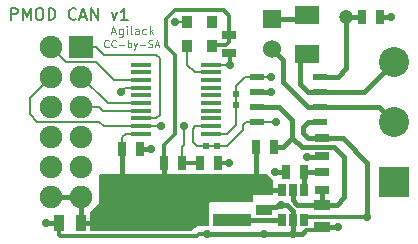
<source format=gtl>
G04 #@! TF.FileFunction,Copper,L1,Top,Signal*
%FSLAX46Y46*%
G04 Gerber Fmt 4.6, Leading zero omitted, Abs format (unit mm)*
G04 Created by KiCad (PCBNEW 4.0.2+dfsg1-stable) date ven. 29 sept. 2017 08:41:15 CEST*
%MOMM*%
G01*
G04 APERTURE LIST*
%ADD10C,0.100000*%
%ADD11C,0.101600*%
%ADD12C,0.152400*%
%ADD13R,2.000000X1.900000*%
%ADD14C,1.900000*%
%ADD15R,2.540000X2.540000*%
%ADD16C,2.540000*%
%ADD17R,1.143000X0.508000*%
%ADD18R,1.524000X1.524000*%
%ADD19C,1.524000*%
%ADD20R,2.032000X1.524000*%
%ADD21R,1.780540X0.304800*%
%ADD22R,1.780540X0.299720*%
%ADD23R,1.397000X0.889000*%
%ADD24R,0.635000X1.143000*%
%ADD25R,1.143000X0.635000*%
%ADD26R,0.889000X1.397000*%
%ADD27R,0.701040X1.000760*%
%ADD28R,3.200000X1.120000*%
%ADD29C,1.200000*%
%ADD30R,0.500000X0.500000*%
%ADD31R,0.900000X1.100000*%
%ADD32C,0.711200*%
%ADD33C,0.304800*%
%ADD34C,0.203200*%
%ADD35C,0.406400*%
G04 APERTURE END LIST*
D10*
D11*
X138573934Y-97400533D02*
X138912600Y-97400533D01*
X138506200Y-97603733D02*
X138743267Y-96892533D01*
X138980334Y-97603733D01*
X139522200Y-97129600D02*
X139522200Y-97705333D01*
X139488334Y-97773067D01*
X139454467Y-97806933D01*
X139386734Y-97840800D01*
X139285134Y-97840800D01*
X139217400Y-97806933D01*
X139522200Y-97569867D02*
X139454467Y-97603733D01*
X139319000Y-97603733D01*
X139251267Y-97569867D01*
X139217400Y-97536000D01*
X139183534Y-97468267D01*
X139183534Y-97265067D01*
X139217400Y-97197333D01*
X139251267Y-97163467D01*
X139319000Y-97129600D01*
X139454467Y-97129600D01*
X139522200Y-97163467D01*
X139860867Y-97603733D02*
X139860867Y-97129600D01*
X139860867Y-96892533D02*
X139827001Y-96926400D01*
X139860867Y-96960267D01*
X139894734Y-96926400D01*
X139860867Y-96892533D01*
X139860867Y-96960267D01*
X140301134Y-97603733D02*
X140233401Y-97569867D01*
X140199534Y-97502133D01*
X140199534Y-96892533D01*
X140876867Y-97603733D02*
X140876867Y-97231200D01*
X140843001Y-97163467D01*
X140775267Y-97129600D01*
X140639801Y-97129600D01*
X140572067Y-97163467D01*
X140876867Y-97569867D02*
X140809134Y-97603733D01*
X140639801Y-97603733D01*
X140572067Y-97569867D01*
X140538201Y-97502133D01*
X140538201Y-97434400D01*
X140572067Y-97366667D01*
X140639801Y-97332800D01*
X140809134Y-97332800D01*
X140876867Y-97298933D01*
X141520334Y-97569867D02*
X141452601Y-97603733D01*
X141317134Y-97603733D01*
X141249401Y-97569867D01*
X141215534Y-97536000D01*
X141181668Y-97468267D01*
X141181668Y-97265067D01*
X141215534Y-97197333D01*
X141249401Y-97163467D01*
X141317134Y-97129600D01*
X141452601Y-97129600D01*
X141520334Y-97163467D01*
X141825134Y-97603733D02*
X141825134Y-96892533D01*
X141892868Y-97332800D02*
X142096068Y-97603733D01*
X142096068Y-97129600D02*
X141825134Y-97400533D01*
X138328401Y-98642714D02*
X138299372Y-98671743D01*
X138212286Y-98700771D01*
X138154229Y-98700771D01*
X138067144Y-98671743D01*
X138009086Y-98613686D01*
X137980058Y-98555629D01*
X137951029Y-98439514D01*
X137951029Y-98352429D01*
X137980058Y-98236314D01*
X138009086Y-98178257D01*
X138067144Y-98120200D01*
X138154229Y-98091171D01*
X138212286Y-98091171D01*
X138299372Y-98120200D01*
X138328401Y-98149229D01*
X138938001Y-98642714D02*
X138908972Y-98671743D01*
X138821886Y-98700771D01*
X138763829Y-98700771D01*
X138676744Y-98671743D01*
X138618686Y-98613686D01*
X138589658Y-98555629D01*
X138560629Y-98439514D01*
X138560629Y-98352429D01*
X138589658Y-98236314D01*
X138618686Y-98178257D01*
X138676744Y-98120200D01*
X138763829Y-98091171D01*
X138821886Y-98091171D01*
X138908972Y-98120200D01*
X138938001Y-98149229D01*
X139199258Y-98468543D02*
X139663715Y-98468543D01*
X139954001Y-98700771D02*
X139954001Y-98091171D01*
X139954001Y-98323400D02*
X140012058Y-98294371D01*
X140128172Y-98294371D01*
X140186229Y-98323400D01*
X140215258Y-98352429D01*
X140244287Y-98410486D01*
X140244287Y-98584657D01*
X140215258Y-98642714D01*
X140186229Y-98671743D01*
X140128172Y-98700771D01*
X140012058Y-98700771D01*
X139954001Y-98671743D01*
X140447487Y-98294371D02*
X140592630Y-98700771D01*
X140737772Y-98294371D02*
X140592630Y-98700771D01*
X140534572Y-98845914D01*
X140505544Y-98874943D01*
X140447487Y-98903971D01*
X140970001Y-98468543D02*
X141434458Y-98468543D01*
X141695715Y-98671743D02*
X141782801Y-98700771D01*
X141927944Y-98700771D01*
X141986001Y-98671743D01*
X142015030Y-98642714D01*
X142044058Y-98584657D01*
X142044058Y-98526600D01*
X142015030Y-98468543D01*
X141986001Y-98439514D01*
X141927944Y-98410486D01*
X141811830Y-98381457D01*
X141753772Y-98352429D01*
X141724744Y-98323400D01*
X141695715Y-98265343D01*
X141695715Y-98207286D01*
X141724744Y-98149229D01*
X141753772Y-98120200D01*
X141811830Y-98091171D01*
X141956972Y-98091171D01*
X142044058Y-98120200D01*
X142276286Y-98526600D02*
X142566572Y-98526600D01*
X142218229Y-98700771D02*
X142421429Y-98091171D01*
X142624629Y-98700771D01*
D12*
X130057495Y-96388181D02*
X130057495Y-95388181D01*
X130438448Y-95388181D01*
X130533686Y-95435800D01*
X130581305Y-95483419D01*
X130628924Y-95578657D01*
X130628924Y-95721514D01*
X130581305Y-95816752D01*
X130533686Y-95864371D01*
X130438448Y-95911990D01*
X130057495Y-95911990D01*
X131057495Y-96388181D02*
X131057495Y-95388181D01*
X131390829Y-96102467D01*
X131724162Y-95388181D01*
X131724162Y-96388181D01*
X132390828Y-95388181D02*
X132581305Y-95388181D01*
X132676543Y-95435800D01*
X132771781Y-95531038D01*
X132819400Y-95721514D01*
X132819400Y-96054848D01*
X132771781Y-96245324D01*
X132676543Y-96340562D01*
X132581305Y-96388181D01*
X132390828Y-96388181D01*
X132295590Y-96340562D01*
X132200352Y-96245324D01*
X132152733Y-96054848D01*
X132152733Y-95721514D01*
X132200352Y-95531038D01*
X132295590Y-95435800D01*
X132390828Y-95388181D01*
X133247971Y-96388181D02*
X133247971Y-95388181D01*
X133486066Y-95388181D01*
X133628924Y-95435800D01*
X133724162Y-95531038D01*
X133771781Y-95626276D01*
X133819400Y-95816752D01*
X133819400Y-95959610D01*
X133771781Y-96150086D01*
X133724162Y-96245324D01*
X133628924Y-96340562D01*
X133486066Y-96388181D01*
X133247971Y-96388181D01*
X135581305Y-96292943D02*
X135533686Y-96340562D01*
X135390829Y-96388181D01*
X135295591Y-96388181D01*
X135152733Y-96340562D01*
X135057495Y-96245324D01*
X135009876Y-96150086D01*
X134962257Y-95959610D01*
X134962257Y-95816752D01*
X135009876Y-95626276D01*
X135057495Y-95531038D01*
X135152733Y-95435800D01*
X135295591Y-95388181D01*
X135390829Y-95388181D01*
X135533686Y-95435800D01*
X135581305Y-95483419D01*
X135962257Y-96102467D02*
X136438448Y-96102467D01*
X135867019Y-96388181D02*
X136200352Y-95388181D01*
X136533686Y-96388181D01*
X136867019Y-96388181D02*
X136867019Y-95388181D01*
X137438448Y-96388181D01*
X137438448Y-95388181D01*
X138581305Y-95721514D02*
X138819400Y-96388181D01*
X139057496Y-95721514D01*
X139962258Y-96388181D02*
X139390829Y-96388181D01*
X139676543Y-96388181D02*
X139676543Y-95388181D01*
X139581305Y-95531038D01*
X139486067Y-95626276D01*
X139390829Y-95673895D01*
D13*
X136030000Y-98650000D03*
D14*
X136030000Y-101190000D03*
X136030000Y-103730000D03*
X136030000Y-106270000D03*
X136030000Y-108810000D03*
X136030000Y-111350000D03*
X133490000Y-98650000D03*
X133490000Y-101190000D03*
X133490000Y-103730000D03*
X133490000Y-106270000D03*
X133490000Y-108810000D03*
X133490000Y-111350000D03*
D15*
X162470000Y-110080000D03*
D16*
X162470000Y-99920000D03*
X162470000Y-105000000D03*
D17*
X156237000Y-101195000D03*
X150903000Y-101195000D03*
X156237000Y-102465000D03*
X156237000Y-103735000D03*
X156237000Y-105005000D03*
X150903000Y-102465000D03*
X150903000Y-103735000D03*
X150903000Y-105005000D03*
D18*
X152170000Y-96330000D03*
D19*
X152170000Y-98870000D03*
D20*
X155090000Y-99251000D03*
X155090000Y-95949000D03*
D21*
X147038060Y-105373600D03*
X147038060Y-104723600D03*
X147038060Y-104073600D03*
X147038060Y-103423600D03*
X147038060Y-102773600D03*
X147038060Y-102123600D03*
X147038060Y-101473600D03*
X147038060Y-100823600D03*
D22*
X141099540Y-100823600D03*
X141099540Y-101473600D03*
X141099540Y-102123600D03*
X141099540Y-102773600D03*
X141099540Y-103423600D03*
X141099540Y-104073600D03*
X141099540Y-104723600D03*
X141099540Y-105373600D03*
D21*
X147040600Y-106023600D03*
X147040600Y-100173600D03*
X141099540Y-100173600D03*
D22*
X141099540Y-106023600D03*
D23*
X151511000Y-110528100D03*
X151511000Y-112433100D03*
D24*
X159766000Y-96139000D03*
X161290000Y-96139000D03*
D25*
X156387800Y-110794800D03*
X156387800Y-109270800D03*
D24*
X154863800Y-109270800D03*
X153339800Y-109270800D03*
D26*
X136029700Y-113588800D03*
X134124700Y-113588800D03*
D25*
X156387800Y-106400600D03*
X156387800Y-107924600D03*
D24*
X139496800Y-107289600D03*
X141020800Y-107289600D03*
D23*
X156387800Y-112026700D03*
X156387800Y-113931700D03*
D27*
X152971500Y-110769400D03*
X153924000Y-110769400D03*
X154876500Y-110769400D03*
X154876500Y-113309400D03*
X153924000Y-113309400D03*
X152971500Y-113309400D03*
D28*
X148793200Y-111228000D03*
X148793200Y-113308000D03*
D24*
X150825200Y-107162600D03*
X152349200Y-107162600D03*
D29*
X158445200Y-96139000D03*
D30*
X149098000Y-103548600D03*
X149098000Y-102648600D03*
X146590600Y-107086400D03*
X147490600Y-107086400D03*
D31*
X147100000Y-96561400D03*
X145000000Y-96561400D03*
X145000000Y-98561400D03*
X147100000Y-98561400D03*
D25*
X148564600Y-97688400D03*
X148564600Y-99212400D03*
D24*
X146050000Y-108508800D03*
X147574000Y-108508800D03*
X143027400Y-108508800D03*
X144551400Y-108508800D03*
D32*
X148564600Y-108458000D03*
X143967200Y-96570800D03*
X146685000Y-114503200D03*
X153924000Y-114503200D03*
X151511000Y-114503200D03*
X133045200Y-113588800D03*
X141935200Y-107289600D03*
X148590000Y-100177600D03*
X162229800Y-96139000D03*
X152120600Y-102463600D03*
X155168600Y-107975400D03*
X157734000Y-113944400D03*
X152958800Y-112039400D03*
X152400000Y-109270800D03*
X137109200Y-113588800D03*
X160248600Y-113106200D03*
X158445200Y-96139000D03*
X152120600Y-101193600D03*
X152476200Y-105003600D03*
X144729200Y-105384600D03*
X142748000Y-105384600D03*
X139420600Y-102463600D03*
D33*
X134124700Y-113588800D02*
X134124700Y-114617500D01*
X145999200Y-114503200D02*
X146685000Y-114503200D01*
X145796000Y-114706400D02*
X145999200Y-114503200D01*
X134213600Y-114706400D02*
X145796000Y-114706400D01*
X134124700Y-114617500D02*
X134213600Y-114706400D01*
X147624800Y-108458000D02*
X148564600Y-108458000D01*
X147624800Y-108458000D02*
X147574000Y-108508800D01*
X148590000Y-100177600D02*
X148590000Y-99237800D01*
X148590000Y-99237800D02*
X148564600Y-99212400D01*
D34*
X144373600Y-96570800D02*
X144383000Y-96561400D01*
X145000000Y-96561400D02*
X144383000Y-96561400D01*
X143967200Y-96570800D02*
X144373600Y-96570800D01*
D35*
X151511000Y-114503200D02*
X146685000Y-114503200D01*
X151511000Y-114503200D02*
X153924000Y-114503200D01*
X133045200Y-113588800D02*
X134124700Y-113588800D01*
X141020800Y-107289600D02*
X141935200Y-107289600D01*
D34*
X148183600Y-100177600D02*
X148179600Y-100173600D01*
X147040600Y-100173600D02*
X148179600Y-100173600D01*
X148590000Y-100177600D02*
X148183600Y-100177600D01*
D35*
X161290000Y-96139000D02*
X162229800Y-96139000D01*
X150903000Y-102465000D02*
X151890600Y-102465000D01*
X151890600Y-102465000D02*
X151892000Y-102463600D01*
X151892000Y-102463600D02*
X152120600Y-102463600D01*
X156337000Y-107975400D02*
X155168600Y-107975400D01*
X156337000Y-107975400D02*
X156387800Y-107924600D01*
X157340300Y-113931700D02*
X157353000Y-113944400D01*
X157353000Y-113944400D02*
X157734000Y-113944400D01*
X157340300Y-113931700D02*
X156387800Y-113931700D01*
X153924000Y-114503200D02*
X154736800Y-114503200D01*
D33*
X154863800Y-114376200D02*
X155041600Y-114198400D01*
X155041600Y-114198400D02*
X156121100Y-114198400D01*
D35*
X154736800Y-114503200D02*
X154863800Y-114376200D01*
X153924000Y-114503200D02*
X153924000Y-113309400D01*
D33*
X156121100Y-114198400D02*
X156387800Y-113931700D01*
D35*
X153339800Y-109270800D02*
X152400000Y-109270800D01*
X152958800Y-112039400D02*
X152654000Y-112039400D01*
X152501600Y-112191800D02*
X151752300Y-112191800D01*
X152654000Y-112039400D02*
X152501600Y-112191800D01*
X151752300Y-112191800D02*
X151511000Y-112433100D01*
X153924000Y-113309400D02*
X153924000Y-112522000D01*
X153441400Y-112039400D02*
X152958800Y-112039400D01*
X153924000Y-112522000D02*
X153441400Y-112039400D01*
X151625300Y-112318800D02*
X151511000Y-112433100D01*
X143027400Y-108508800D02*
X143027400Y-109622600D01*
X142541000Y-110109000D02*
X139496800Y-110109000D01*
X143027400Y-109622600D02*
X142541000Y-110109000D01*
X139496800Y-107289600D02*
X139496800Y-110109000D01*
X138531600Y-112166400D02*
X137109200Y-113588800D01*
X139496800Y-110109000D02*
X138531600Y-111074200D01*
X138531600Y-112166400D02*
X138531600Y-111074200D01*
D33*
X143027400Y-108508800D02*
X143027400Y-106959400D01*
X143027400Y-106959400D02*
X143967200Y-106019600D01*
X148564600Y-97688400D02*
X148564600Y-98272600D01*
X148310600Y-98526600D02*
X147134800Y-98526600D01*
X148564600Y-98272600D02*
X148310600Y-98526600D01*
X147134800Y-98526600D02*
X147100000Y-98561400D01*
X148564600Y-97688400D02*
X148564600Y-96012000D01*
X143230600Y-96266000D02*
X143941800Y-95554800D01*
X143230600Y-98602800D02*
X143230600Y-96266000D01*
X143967200Y-99339400D02*
X143230600Y-98602800D01*
X143967200Y-106019600D02*
X143967200Y-99339400D01*
X143941800Y-95554800D02*
X148107400Y-95554800D01*
X148564600Y-96012000D02*
X148107400Y-95554800D01*
D34*
X141099540Y-106023600D02*
X139797600Y-106023600D01*
X139496800Y-106324400D02*
X139496800Y-107289600D01*
X139797600Y-106023600D02*
X139496800Y-106324400D01*
D35*
X150825200Y-107162600D02*
X150825200Y-109626400D01*
D33*
X160248600Y-113106200D02*
X155079700Y-113106200D01*
X155079700Y-113106200D02*
X154876500Y-113309400D01*
D35*
X137109200Y-113588800D02*
X145034000Y-113588800D01*
X145034000Y-113588800D02*
X145465800Y-113157000D01*
X146812000Y-109651800D02*
X148793200Y-109651800D01*
X145465800Y-110998000D02*
X146812000Y-109651800D01*
X145465800Y-113157000D02*
X145465800Y-110998000D01*
X136029700Y-113588800D02*
X136029700Y-111350300D01*
X136029700Y-111350300D02*
X136030000Y-111350000D01*
X136029700Y-113588800D02*
X137109200Y-113588800D01*
X158191200Y-106400600D02*
X156387800Y-106400600D01*
X160248600Y-108458000D02*
X160248600Y-113106200D01*
X158191200Y-106400600D02*
X160248600Y-108458000D01*
X156387800Y-106400600D02*
X155230600Y-106400600D01*
X155205000Y-105005000D02*
X156237000Y-105005000D01*
X154790000Y-105420000D02*
X155205000Y-105005000D01*
X154790000Y-105960000D02*
X154790000Y-105420000D01*
X155230600Y-106400600D02*
X154790000Y-105960000D01*
X151511000Y-110528100D02*
X151511000Y-109804200D01*
X149580600Y-109651800D02*
X148793200Y-109651800D01*
X149606000Y-109626400D02*
X149580600Y-109651800D01*
X151333200Y-109626400D02*
X150825200Y-109626400D01*
X150825200Y-109626400D02*
X149606000Y-109626400D01*
X151511000Y-109804200D02*
X151333200Y-109626400D01*
X148793200Y-111228000D02*
X148793200Y-109651800D01*
X152971500Y-110769400D02*
X151752300Y-110769400D01*
X151752300Y-110769400D02*
X151511000Y-110528100D01*
X133490000Y-111350000D02*
X136030000Y-111350000D01*
X156237000Y-102465000D02*
X155185000Y-102465000D01*
X154550000Y-101830000D02*
X154550000Y-99791000D01*
X155185000Y-102465000D02*
X154550000Y-101830000D01*
X154550000Y-99791000D02*
X155090000Y-99251000D01*
X156237000Y-102465000D02*
X159925000Y-102465000D01*
X159925000Y-102465000D02*
X162470000Y-99920000D01*
X156237000Y-103735000D02*
X155185000Y-103735000D01*
X153060000Y-99760000D02*
X152170000Y-98870000D01*
X153060000Y-101610000D02*
X153060000Y-99760000D01*
X155185000Y-103735000D02*
X153060000Y-101610000D01*
X156237000Y-103735000D02*
X161205000Y-103735000D01*
X161205000Y-103735000D02*
X162470000Y-105000000D01*
X158445200Y-96139000D02*
X159766000Y-96139000D01*
X158445200Y-96139000D02*
X158445200Y-100482400D01*
X157732600Y-101195000D02*
X156237000Y-101195000D01*
X158445200Y-100482400D02*
X157732600Y-101195000D01*
D34*
X150903000Y-101195000D02*
X152119200Y-101195000D01*
X152119200Y-101195000D02*
X152120600Y-101193600D01*
X149098000Y-103548600D02*
X149098000Y-102648600D01*
X149098000Y-102648600D02*
X149098000Y-101955600D01*
X149098000Y-101955600D02*
X149858600Y-101195000D01*
X149858600Y-101195000D02*
X150903000Y-101195000D01*
X149098000Y-103548600D02*
X149098000Y-105257600D01*
X148332000Y-106023600D02*
X147040600Y-106023600D01*
X149098000Y-105257600D02*
X148332000Y-106023600D01*
X150903000Y-105005000D02*
X152474800Y-105005000D01*
X152474800Y-105005000D02*
X152476200Y-105003600D01*
X146590600Y-107086400D02*
X147490600Y-107086400D01*
X147490600Y-107086400D02*
X148361400Y-107086400D01*
X148361400Y-107086400D02*
X149707600Y-105740200D01*
X149707600Y-105740200D02*
X149707600Y-105283000D01*
X149985600Y-105005000D02*
X150903000Y-105005000D01*
X149707600Y-105283000D02*
X149985600Y-105005000D01*
X145465800Y-105587800D02*
X145465800Y-106730800D01*
X147038060Y-105373600D02*
X145680000Y-105373600D01*
X145680000Y-105373600D02*
X145465800Y-105587800D01*
X145821400Y-107086400D02*
X146590600Y-107086400D01*
X145465800Y-106730800D02*
X145821400Y-107086400D01*
D35*
X152170000Y-96330000D02*
X154709000Y-96330000D01*
X154709000Y-96330000D02*
X155090000Y-95949000D01*
D34*
X147038060Y-100823600D02*
X145654600Y-100823600D01*
X145000000Y-100169000D02*
X145000000Y-98561400D01*
X145654600Y-100823600D02*
X145000000Y-100169000D01*
X137541000Y-105003600D02*
X132283200Y-105003600D01*
X137911000Y-105373600D02*
X137541000Y-105003600D01*
X141099540Y-105373600D02*
X137911000Y-105373600D01*
X131648200Y-103031800D02*
X133490000Y-101190000D01*
X131648200Y-104368600D02*
X131648200Y-103031800D01*
X132283200Y-105003600D02*
X131648200Y-104368600D01*
X144729200Y-105384600D02*
X144729200Y-106984800D01*
X141099540Y-105373600D02*
X142229000Y-105373600D01*
X142240000Y-105384600D02*
X142748000Y-105384600D01*
X142229000Y-105373600D02*
X142240000Y-105384600D01*
X144551400Y-107162600D02*
X144551400Y-108508800D01*
X144729200Y-106984800D02*
X144551400Y-107162600D01*
D33*
X146050000Y-108508800D02*
X144551400Y-108508800D01*
D35*
X150903000Y-103735000D02*
X152782400Y-103735000D01*
X153898600Y-104851200D02*
X153898600Y-106349800D01*
X152782400Y-103735000D02*
X153898600Y-104851200D01*
X152349200Y-107162600D02*
X153085800Y-107162600D01*
X153085800Y-107162600D02*
X153898600Y-106349800D01*
X156387800Y-112026700D02*
X157645100Y-112026700D01*
X154711400Y-107162600D02*
X153898600Y-106349800D01*
X157429200Y-107162600D02*
X154711400Y-107162600D01*
X158267400Y-108000800D02*
X157429200Y-107162600D01*
X158267400Y-111404400D02*
X158267400Y-108000800D01*
X157645100Y-112026700D02*
X158267400Y-111404400D01*
X156387800Y-112026700D02*
X156387800Y-110794800D01*
X156387800Y-112026700D02*
X154317700Y-112026700D01*
X153924000Y-111633000D02*
X153924000Y-110769400D01*
X154317700Y-112026700D02*
X153924000Y-111633000D01*
X154876500Y-110769400D02*
X154876500Y-109283500D01*
X154876500Y-109283500D02*
X154863800Y-109270800D01*
X156387800Y-109270800D02*
X154863800Y-109270800D01*
X148793200Y-113308000D02*
X152970100Y-113308000D01*
X152970100Y-113308000D02*
X152971500Y-113309400D01*
D34*
X136030000Y-98650000D02*
X137283400Y-98650000D01*
X137972800Y-99339400D02*
X142367000Y-99339400D01*
X137283400Y-98650000D02*
X137972800Y-99339400D01*
X141099540Y-104723600D02*
X142342200Y-104723600D01*
X142646400Y-99618800D02*
X142367000Y-99339400D01*
X142646400Y-104419400D02*
X142646400Y-99618800D01*
X142342200Y-104723600D02*
X142646400Y-104419400D01*
X141099540Y-103423600D02*
X138263600Y-103423600D01*
X138263600Y-103423600D02*
X136030000Y-101190000D01*
X141099540Y-104073600D02*
X137855600Y-104073600D01*
X137512000Y-103730000D02*
X136030000Y-103730000D01*
X137855600Y-104073600D02*
X137512000Y-103730000D01*
X139760600Y-102123600D02*
X141099540Y-102123600D01*
X139760600Y-102123600D02*
X139420600Y-102463600D01*
X141099540Y-101473600D02*
X138786200Y-101473600D01*
X134763600Y-99923600D02*
X133490000Y-98650000D01*
X137236200Y-99923600D02*
X134763600Y-99923600D01*
X138786200Y-101473600D02*
X137236200Y-99923600D01*
G36*
X151839814Y-109644398D02*
X152025425Y-109830333D01*
X152171400Y-109890947D01*
X152171400Y-111099600D01*
X150596600Y-111099600D01*
X150557072Y-111107605D01*
X150523772Y-111130357D01*
X150501948Y-111164273D01*
X150495000Y-111201200D01*
X150495000Y-111684513D01*
X146989085Y-111709203D01*
X146949614Y-111717485D01*
X146917958Y-111738958D01*
X146740158Y-111916758D01*
X146717868Y-111950369D01*
X146710400Y-111988600D01*
X146710400Y-113715800D01*
X145846800Y-113715800D01*
X145807272Y-113723805D01*
X145774958Y-113745558D01*
X145322116Y-114198400D01*
X136829800Y-114198400D01*
X136829800Y-112716484D01*
X137587442Y-111958842D01*
X137609732Y-111925231D01*
X137617200Y-111887000D01*
X137617200Y-109499400D01*
X151779902Y-109499400D01*
X151839814Y-109644398D01*
X151839814Y-109644398D01*
G37*
X151839814Y-109644398D02*
X152025425Y-109830333D01*
X152171400Y-109890947D01*
X152171400Y-111099600D01*
X150596600Y-111099600D01*
X150557072Y-111107605D01*
X150523772Y-111130357D01*
X150501948Y-111164273D01*
X150495000Y-111201200D01*
X150495000Y-111684513D01*
X146989085Y-111709203D01*
X146949614Y-111717485D01*
X146917958Y-111738958D01*
X146740158Y-111916758D01*
X146717868Y-111950369D01*
X146710400Y-111988600D01*
X146710400Y-113715800D01*
X145846800Y-113715800D01*
X145807272Y-113723805D01*
X145774958Y-113745558D01*
X145322116Y-114198400D01*
X136829800Y-114198400D01*
X136829800Y-112716484D01*
X137587442Y-111958842D01*
X137609732Y-111925231D01*
X137617200Y-111887000D01*
X137617200Y-109499400D01*
X151779902Y-109499400D01*
X151839814Y-109644398D01*
M02*

</source>
